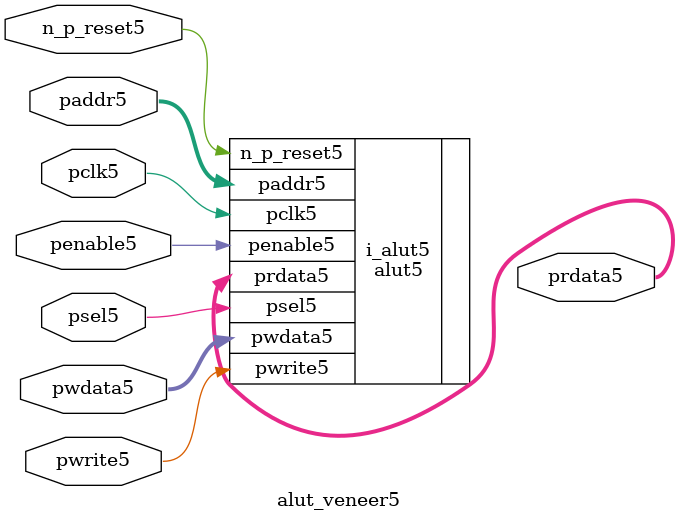
<source format=v>
module alut_veneer5
(   
   // Inputs5
   pclk5,
   n_p_reset5,
   psel5,            
   penable5,       
   pwrite5,         
   paddr5,           
   pwdata5,          

   // Outputs5
   prdata5  
);

   // APB5 Inputs5
   input             pclk5;               // APB5 clock5                          
   input             n_p_reset5;          // Reset5                              
   input             psel5;               // Module5 select5 signal5               
   input             penable5;            // Enable5 signal5                      
   input             pwrite5;             // Write when HIGH5 and read when LOW5  
   input [6:0]       paddr5;              // Address bus for read write         
   input [31:0]      pwdata5;             // APB5 write bus                      

   output [31:0]     prdata5;             // APB5 read bus                       


//-----------------------------------------------------------------------
//##############################################################################
// if the ALUT5 is NOT5 black5 boxed5 
//##############################################################################
`ifndef FV_KIT_BLACK_BOX_LUT5 


alut5 i_alut5 (
        //inputs5
        . n_p_reset5(n_p_reset5),
        . pclk5(pclk5),
        . psel5(psel5),
        . penable5(penable5),
        . pwrite5(pwrite5),
        . paddr5(paddr5[6:0]),
        . pwdata5(pwdata5),

        //outputs5
        . prdata5(prdata5)
);


`else 
//##############################################################################
// if the <module> is black5 boxed5 
//##############################################################################

   // APB5 Inputs5
   wire              pclk5;               // APB5 clock5                          
   wire              n_p_reset5;          // Reset5                              
   wire              psel5;               // Module5 select5 signal5               
   wire              penable5;            // Enable5 signal5                      
   wire              pwrite5;             // Write when HIGH5 and read when LOW5  
   wire  [6:0]       paddr5;              // Address bus for read write         
   wire  [31:0]      pwdata5;             // APB5 write bus                      

   reg   [31:0]      prdata5;             // APB5 read bus                       


`endif

endmodule

</source>
